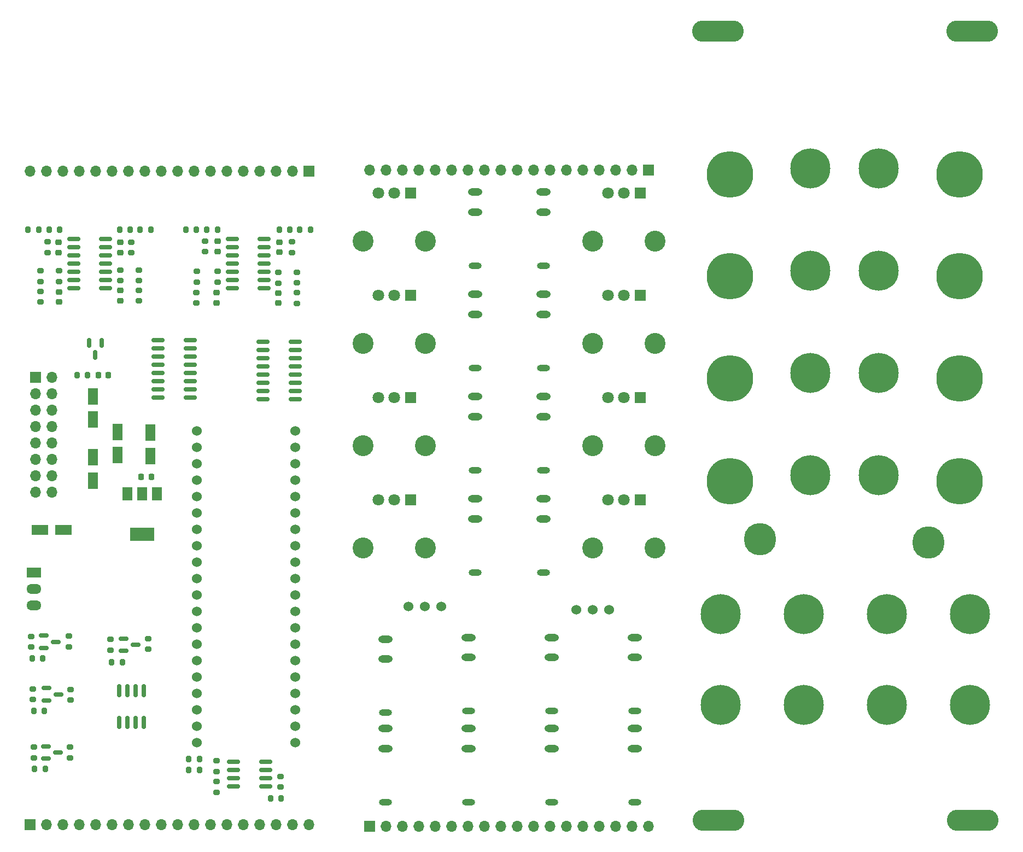
<source format=gts>
%TF.GenerationSoftware,KiCad,Pcbnew,(6.0.0-0)*%
%TF.CreationDate,2022-07-11T02:03:33-04:00*%
%TF.ProjectId,daisy_hardware_v1,64616973-795f-4686-9172-64776172655f,rev?*%
%TF.SameCoordinates,Original*%
%TF.FileFunction,Soldermask,Top*%
%TF.FilePolarity,Negative*%
%FSLAX46Y46*%
G04 Gerber Fmt 4.6, Leading zero omitted, Abs format (unit mm)*
G04 Created by KiCad (PCBNEW (6.0.0-0)) date 2022-07-11 02:03:33*
%MOMM*%
%LPD*%
G01*
G04 APERTURE LIST*
G04 Aperture macros list*
%AMRoundRect*
0 Rectangle with rounded corners*
0 $1 Rounding radius*
0 $2 $3 $4 $5 $6 $7 $8 $9 X,Y pos of 4 corners*
0 Add a 4 corners polygon primitive as box body*
4,1,4,$2,$3,$4,$5,$6,$7,$8,$9,$2,$3,0*
0 Add four circle primitives for the rounded corners*
1,1,$1+$1,$2,$3*
1,1,$1+$1,$4,$5*
1,1,$1+$1,$6,$7*
1,1,$1+$1,$8,$9*
0 Add four rect primitives between the rounded corners*
20,1,$1+$1,$2,$3,$4,$5,0*
20,1,$1+$1,$4,$5,$6,$7,0*
20,1,$1+$1,$6,$7,$8,$9,0*
20,1,$1+$1,$8,$9,$2,$3,0*%
G04 Aperture macros list end*
%ADD10O,2.216000X1.108000*%
%ADD11O,2.016000X1.008000*%
%ADD12C,6.200000*%
%ADD13RoundRect,0.250000X0.550000X-1.050000X0.550000X1.050000X-0.550000X1.050000X-0.550000X-1.050000X0*%
%ADD14O,8.000000X3.300000*%
%ADD15RoundRect,0.200000X0.275000X-0.200000X0.275000X0.200000X-0.275000X0.200000X-0.275000X-0.200000X0*%
%ADD16RoundRect,0.200000X-0.200000X-0.275000X0.200000X-0.275000X0.200000X0.275000X-0.200000X0.275000X0*%
%ADD17C,7.200000*%
%ADD18RoundRect,0.225000X0.250000X-0.225000X0.250000X0.225000X-0.250000X0.225000X-0.250000X-0.225000X0*%
%ADD19R,1.700000X1.700000*%
%ADD20O,1.700000X1.700000*%
%ADD21RoundRect,0.225000X-0.250000X0.225000X-0.250000X-0.225000X0.250000X-0.225000X0.250000X0.225000X0*%
%ADD22C,3.240000*%
%ADD23R,1.800000X1.800000*%
%ADD24C,1.800000*%
%ADD25RoundRect,0.200000X-0.275000X0.200000X-0.275000X-0.200000X0.275000X-0.200000X0.275000X0.200000X0*%
%ADD26RoundRect,0.250000X-0.550000X1.050000X-0.550000X-1.050000X0.550000X-1.050000X0.550000X1.050000X0*%
%ADD27RoundRect,0.200000X0.200000X0.275000X-0.200000X0.275000X-0.200000X-0.275000X0.200000X-0.275000X0*%
%ADD28RoundRect,0.150000X-0.587500X-0.150000X0.587500X-0.150000X0.587500X0.150000X-0.587500X0.150000X0*%
%ADD29RoundRect,0.225000X-0.225000X-0.250000X0.225000X-0.250000X0.225000X0.250000X-0.225000X0.250000X0*%
%ADD30RoundRect,0.150000X-0.150000X0.587500X-0.150000X-0.587500X0.150000X-0.587500X0.150000X0.587500X0*%
%ADD31RoundRect,0.150000X-0.825000X-0.150000X0.825000X-0.150000X0.825000X0.150000X-0.825000X0.150000X0*%
%ADD32R,1.500000X2.000000*%
%ADD33R,3.800000X2.000000*%
%ADD34RoundRect,0.150000X0.825000X0.150000X-0.825000X0.150000X-0.825000X-0.150000X0.825000X-0.150000X0*%
%ADD35RoundRect,0.250000X1.050000X0.550000X-1.050000X0.550000X-1.050000X-0.550000X1.050000X-0.550000X0*%
%ADD36C,1.524000*%
%ADD37C,5.000000*%
%ADD38RoundRect,0.150000X0.150000X-0.825000X0.150000X0.825000X-0.150000X0.825000X-0.150000X-0.825000X0*%
%ADD39R,2.300000X1.500000*%
%ADD40O,2.300000X1.500000*%
G04 APERTURE END LIST*
D10*
%TO.C,J13*%
X107870333Y-294079999D03*
X107870333Y-297179999D03*
D11*
X107870333Y-305479999D03*
%TD*%
D12*
%TO.C,REF\u002A\u002A*%
X159816800Y-322116000D03*
%TD*%
D13*
%TO.C,C15*%
X57620000Y-319091000D03*
X57620000Y-315491000D03*
%TD*%
D12*
%TO.C,REF\u002A\u002A*%
X170383200Y-306291800D03*
%TD*%
D14*
%TO.C,REF\u002A\u002A*%
X145492800Y-253310000D03*
%TD*%
D10*
%TO.C,J15*%
X118443666Y-278244000D03*
X118443666Y-281344000D03*
D11*
X118443666Y-289644000D03*
%TD*%
D15*
%TO.C,R22*%
X39556000Y-365841000D03*
X39556000Y-364191000D03*
%TD*%
D16*
%TO.C,R7*%
X63539200Y-366059000D03*
X65189200Y-366059000D03*
%TD*%
D17*
%TO.C,REF\u002A\u002A*%
X182880000Y-275507000D03*
%TD*%
D18*
%TO.C,C11*%
X52946800Y-287596000D03*
X52946800Y-286046000D03*
%TD*%
D19*
%TO.C,J1*%
X39820000Y-306960000D03*
D20*
X42360000Y-306960000D03*
X39820000Y-309500000D03*
X42360000Y-309500000D03*
X39820000Y-312040000D03*
X42360000Y-312040000D03*
X39820000Y-314580000D03*
X42360000Y-314580000D03*
X39820000Y-317120000D03*
X42360000Y-317120000D03*
X39820000Y-319660000D03*
X42360000Y-319660000D03*
X39820000Y-322200000D03*
X42360000Y-322200000D03*
X39820000Y-324740000D03*
X42360000Y-324740000D03*
%TD*%
D10*
%TO.C,J14*%
X107870333Y-309915998D03*
X107870333Y-313015998D03*
D11*
X107870333Y-321315998D03*
%TD*%
D21*
%TO.C,C10*%
X77377600Y-293896200D03*
X77377600Y-295446200D03*
%TD*%
D22*
%TO.C,RV1*%
X135737000Y-285874000D03*
X126137000Y-285874000D03*
D23*
X133437000Y-278374000D03*
D24*
X130937000Y-278374000D03*
X128437000Y-278374000D03*
%TD*%
D17*
%TO.C,REF\u002A\u002A*%
X182880000Y-323005000D03*
%TD*%
D25*
%TO.C,R23*%
X45144000Y-364191000D03*
X45144000Y-365841000D03*
%TD*%
D26*
%TO.C,C2*%
X48730000Y-319329800D03*
X48730000Y-322929800D03*
%TD*%
D18*
%TO.C,C12*%
X77580800Y-287572200D03*
X77580800Y-286022200D03*
%TD*%
D25*
%TO.C,R20*%
X45018000Y-346984000D03*
X45018000Y-348634000D03*
%TD*%
%TO.C,R3*%
X67878000Y-369525000D03*
X67878000Y-371175000D03*
%TD*%
D15*
%TO.C,R10*%
X51431000Y-349140000D03*
X51431000Y-347490000D03*
%TD*%
D10*
%TO.C,J10*%
X119718666Y-347215000D03*
X119718666Y-350315000D03*
D11*
X119718666Y-358615000D03*
%TD*%
D15*
%TO.C,R47*%
X79562000Y-287609000D03*
X79562000Y-285959000D03*
%TD*%
D27*
%TO.C,R4*%
X77847000Y-372128000D03*
X76197000Y-372128000D03*
%TD*%
D22*
%TO.C,RV3*%
X100177000Y-317546000D03*
X90577000Y-317546000D03*
D23*
X97877000Y-310046000D03*
D24*
X95377000Y-310046000D03*
X92877000Y-310046000D03*
%TD*%
D25*
%TO.C,R36*%
X64779200Y-290544200D03*
X64779200Y-292194200D03*
%TD*%
D18*
%TO.C,C5*%
X43404800Y-287607400D03*
X43404800Y-286057400D03*
%TD*%
D22*
%TO.C,RV5*%
X100177000Y-301710000D03*
X90577000Y-301710000D03*
D23*
X97877000Y-294210000D03*
D24*
X95377000Y-294210000D03*
X92877000Y-294210000D03*
%TD*%
D10*
%TO.C,J3*%
X93980000Y-361312000D03*
X93980000Y-364412000D03*
D11*
X93980000Y-372712000D03*
%TD*%
D15*
%TO.C,R19*%
X39176000Y-348697000D03*
X39176000Y-347047000D03*
%TD*%
D25*
%TO.C,R32*%
X55850800Y-293435000D03*
X55850800Y-295085000D03*
%TD*%
D16*
%TO.C,R25*%
X38668200Y-284104800D03*
X40318200Y-284104800D03*
%TD*%
D12*
%TO.C,EOC*%
X184505600Y-357650600D03*
%TD*%
D25*
%TO.C,R31*%
X52955200Y-290294400D03*
X52955200Y-291944400D03*
%TD*%
D12*
%TO.C,REF\u002A\u002A*%
X159842200Y-274618000D03*
%TD*%
D25*
%TO.C,R37*%
X67979600Y-290544200D03*
X67979600Y-292194200D03*
%TD*%
D18*
%TO.C,C8*%
X67979600Y-287419800D03*
X67979600Y-285869800D03*
%TD*%
D12*
%TO.C,EOC*%
X158800800Y-357650600D03*
%TD*%
D25*
%TO.C,R39*%
X80324000Y-290659000D03*
X80324000Y-292309000D03*
%TD*%
D28*
%TO.C,Q3*%
X41480166Y-355050000D03*
X41480166Y-356950000D03*
X43355166Y-356000000D03*
%TD*%
D25*
%TO.C,R38*%
X64728400Y-293795400D03*
X64728400Y-295445400D03*
%TD*%
%TO.C,R41*%
X80324000Y-293833000D03*
X80324000Y-295483000D03*
%TD*%
D10*
%TO.C,J18*%
X107870333Y-325751998D03*
X107870333Y-328851998D03*
D11*
X107870333Y-337151998D03*
%TD*%
D22*
%TO.C,RV2*%
X135737000Y-301710000D03*
X126137000Y-301710000D03*
D23*
X133437000Y-294210000D03*
D24*
X130937000Y-294210000D03*
X128437000Y-294210000D03*
%TD*%
D14*
%TO.C,REF\u002A\u002A*%
X145592800Y-375481400D03*
%TD*%
D25*
%TO.C,R28*%
X43455600Y-290434600D03*
X43455600Y-292084600D03*
%TD*%
D17*
%TO.C,REF\u002A\u002A*%
X147320000Y-291262000D03*
%TD*%
D16*
%TO.C,R42*%
X52862600Y-284104800D03*
X54512600Y-284104800D03*
%TD*%
%TO.C,R9*%
X51622000Y-351046000D03*
X53272000Y-351046000D03*
%TD*%
D29*
%TO.C,C14*%
X56210000Y-322371000D03*
X57760000Y-322371000D03*
%TD*%
D21*
%TO.C,C7*%
X52960000Y-293485000D03*
X52960000Y-295035000D03*
%TD*%
D27*
%TO.C,R34*%
X68004000Y-284104800D03*
X66354000Y-284104800D03*
%TD*%
D16*
%TO.C,R21*%
X39684000Y-367556000D03*
X41334000Y-367556000D03*
%TD*%
D10*
%TO.C,J12*%
X107870333Y-278244000D03*
X107870333Y-281344000D03*
D11*
X107870333Y-289644000D03*
%TD*%
D13*
%TO.C,C1*%
X48730000Y-313474200D03*
X48730000Y-309874200D03*
%TD*%
D30*
%TO.C,U5*%
X50032000Y-301594500D03*
X48132000Y-301594500D03*
X49082000Y-303469500D03*
%TD*%
D31*
%TO.C,U6*%
X45755800Y-285514000D03*
X45755800Y-286784000D03*
X45755800Y-288054000D03*
X45755800Y-289324000D03*
X45755800Y-290594000D03*
X45755800Y-291864000D03*
X45755800Y-293134000D03*
X50705800Y-293134000D03*
X50705800Y-291864000D03*
X50705800Y-290594000D03*
X50705800Y-289324000D03*
X50705800Y-288054000D03*
X50705800Y-286784000D03*
X50705800Y-285514000D03*
%TD*%
D12*
%TO.C,REF\u002A\u002A*%
X170383200Y-274592600D03*
%TD*%
D25*
%TO.C,R11*%
X57273000Y-347364000D03*
X57273000Y-349014000D03*
%TD*%
D10*
%TO.C,J16*%
X118443666Y-294080000D03*
X118443666Y-297180000D03*
D11*
X118443666Y-305480000D03*
%TD*%
D16*
%TO.C,R6*%
X63539200Y-367710000D03*
X65189200Y-367710000D03*
%TD*%
D17*
%TO.C,REF\u002A\u002A*%
X182880000Y-307130000D03*
%TD*%
D13*
%TO.C,C13*%
X52540000Y-318986000D03*
X52540000Y-315386000D03*
%TD*%
D10*
%TO.C,J17*%
X118443666Y-309916000D03*
X118443666Y-313016000D03*
D11*
X118443666Y-321316000D03*
%TD*%
D28*
%TO.C,Q6*%
X41412500Y-364066000D03*
X41412500Y-365966000D03*
X43287500Y-365016000D03*
%TD*%
D32*
%TO.C,U10*%
X58650000Y-324961000D03*
X56350000Y-324961000D03*
X54050000Y-324961000D03*
D33*
X56350000Y-331261000D03*
%TD*%
D10*
%TO.C,J7*%
X93980000Y-347444500D03*
X93980000Y-350544500D03*
D11*
X93980000Y-358844500D03*
%TD*%
D25*
%TO.C,R40*%
X77428400Y-290710600D03*
X77428400Y-292360600D03*
%TD*%
D12*
%TO.C,REF\u002A\u002A*%
X159816800Y-290442200D03*
%TD*%
D28*
%TO.C,Q2*%
X53463000Y-347368000D03*
X53463000Y-349268000D03*
X55338000Y-348318000D03*
%TD*%
D10*
%TO.C,J4*%
X106849333Y-361312000D03*
X106849333Y-364412000D03*
D11*
X106849333Y-372712000D03*
%TD*%
D12*
%TO.C,SYNC*%
X145923000Y-343579000D03*
%TD*%
%TO.C,RESET*%
X184505600Y-343579000D03*
%TD*%
D22*
%TO.C,RV4*%
X90577000Y-333382000D03*
X100177000Y-333382000D03*
D23*
X97877000Y-325882000D03*
D24*
X95377000Y-325882000D03*
X92877000Y-325882000D03*
%TD*%
D34*
%TO.C,U3*%
X80005000Y-310279000D03*
X80005000Y-309009000D03*
X80005000Y-307739000D03*
X80005000Y-306469000D03*
X80005000Y-305199000D03*
X80005000Y-303929000D03*
X80005000Y-302659000D03*
X80005000Y-301389000D03*
X75055000Y-301389000D03*
X75055000Y-302659000D03*
X75055000Y-303929000D03*
X75055000Y-305199000D03*
X75055000Y-306469000D03*
X75055000Y-307739000D03*
X75055000Y-309009000D03*
X75055000Y-310279000D03*
%TD*%
D21*
%TO.C,C6*%
X43455600Y-293685000D03*
X43455600Y-295235000D03*
%TD*%
D15*
%TO.C,R44*%
X54670000Y-287646000D03*
X54670000Y-285996000D03*
%TD*%
D31*
%TO.C,U4*%
X58799000Y-301135000D03*
X58799000Y-302405000D03*
X58799000Y-303675000D03*
X58799000Y-304945000D03*
X58799000Y-306215000D03*
X58799000Y-307485000D03*
X58799000Y-308755000D03*
X58799000Y-310025000D03*
X63749000Y-310025000D03*
X63749000Y-308755000D03*
X63749000Y-307485000D03*
X63749000Y-306215000D03*
X63749000Y-304945000D03*
X63749000Y-303675000D03*
X63749000Y-302405000D03*
X63749000Y-301135000D03*
%TD*%
D29*
%TO.C,C4*%
X49564000Y-306596000D03*
X51114000Y-306596000D03*
%TD*%
D12*
%TO.C,REF\u002A\u002A*%
X170383200Y-322116000D03*
%TD*%
%TO.C,RESET*%
X158775400Y-343579000D03*
%TD*%
D15*
%TO.C,R26*%
X41716000Y-287607400D03*
X41716000Y-285957400D03*
%TD*%
D35*
%TO.C,C3*%
X44107200Y-330549800D03*
X40507200Y-330549800D03*
%TD*%
D15*
%TO.C,R13*%
X39430000Y-356825000D03*
X39430000Y-355175000D03*
%TD*%
D28*
%TO.C,Q5*%
X41111000Y-346922000D03*
X41111000Y-348822000D03*
X42986000Y-347872000D03*
%TD*%
D27*
%TO.C,R43*%
X57687600Y-284104800D03*
X56037600Y-284104800D03*
%TD*%
D22*
%TO.C,RV7*%
X126137000Y-333382000D03*
X135737000Y-333382000D03*
D23*
X133437000Y-325882000D03*
D24*
X130937000Y-325882000D03*
X128437000Y-325882000D03*
%TD*%
D12*
%TO.C,REF\u002A\u002A*%
X159813333Y-306266400D03*
%TD*%
D16*
%TO.C,R46*%
X77580800Y-284104800D03*
X79230800Y-284104800D03*
%TD*%
D10*
%TO.C,J2*%
X119718666Y-361312000D03*
X119718666Y-364412000D03*
D11*
X119718666Y-372712000D03*
%TD*%
D25*
%TO.C,R14*%
X45272000Y-355238000D03*
X45272000Y-356888000D03*
%TD*%
%TO.C,R2*%
X77784000Y-368700000D03*
X77784000Y-370350000D03*
%TD*%
D36*
%TO.C,SW1*%
X97536000Y-342392000D03*
X100076000Y-342392000D03*
X102616000Y-342392000D03*
%TD*%
D10*
%TO.C,J19*%
X118443666Y-325752000D03*
X118443666Y-328852000D03*
D11*
X118443666Y-337152000D03*
%TD*%
D34*
%TO.C,U2*%
X75433000Y-370223000D03*
X75433000Y-368953000D03*
X75433000Y-367683000D03*
X75433000Y-366413000D03*
X70483000Y-366413000D03*
X70483000Y-367683000D03*
X70483000Y-368953000D03*
X70483000Y-370223000D03*
%TD*%
D12*
%TO.C,CV OUT*%
X145923000Y-357650600D03*
%TD*%
D10*
%TO.C,J11*%
X132588000Y-347215000D03*
X132588000Y-350315000D03*
D11*
X132588000Y-358615000D03*
%TD*%
D17*
%TO.C,REF\u002A\u002A*%
X182880000Y-291255000D03*
%TD*%
D22*
%TO.C,RV8*%
X100177000Y-285874000D03*
X90577000Y-285874000D03*
D23*
X97877000Y-278374000D03*
D24*
X95377000Y-278374000D03*
X92877000Y-278374000D03*
%TD*%
D14*
%TO.C,REF\u002A\u002A*%
X184869000Y-253310000D03*
%TD*%
D37*
%TO.C,LFO / ADSR / ???*%
X178054000Y-332530000D03*
%TD*%
D25*
%TO.C,R29*%
X40560000Y-293635000D03*
X40560000Y-295285000D03*
%TD*%
D21*
%TO.C,C9*%
X67878000Y-293845400D03*
X67878000Y-295395400D03*
%TD*%
D25*
%TO.C,R30*%
X55850800Y-290294400D03*
X55850800Y-291944400D03*
%TD*%
D38*
%TO.C,U8*%
X52765000Y-360379000D03*
X54035000Y-360379000D03*
X55305000Y-360379000D03*
X56575000Y-360379000D03*
X56575000Y-355429000D03*
X55305000Y-355429000D03*
X54035000Y-355429000D03*
X52765000Y-355429000D03*
%TD*%
D16*
%TO.C,R18*%
X39304000Y-350412000D03*
X40954000Y-350412000D03*
%TD*%
D17*
%TO.C,REF\u002A\u002A*%
X147320000Y-323012000D03*
%TD*%
D10*
%TO.C,J8*%
X106849333Y-347215000D03*
X106849333Y-350315000D03*
D11*
X106849333Y-358615000D03*
%TD*%
D22*
%TO.C,RV6*%
X126137000Y-317546000D03*
X135737000Y-317546000D03*
D23*
X133437000Y-310046000D03*
D24*
X130937000Y-310046000D03*
X128437000Y-310046000D03*
%TD*%
D16*
%TO.C,R5*%
X46225000Y-306596000D03*
X47875000Y-306596000D03*
%TD*%
D12*
%TO.C,SYNC*%
X171653200Y-343579000D03*
%TD*%
D15*
%TO.C,R35*%
X66049200Y-287469800D03*
X66049200Y-285819800D03*
%TD*%
D25*
%TO.C,R27*%
X40560000Y-290434600D03*
X40560000Y-292084600D03*
%TD*%
D31*
%TO.C,U7*%
X70292000Y-285514000D03*
X70292000Y-286784000D03*
X70292000Y-288054000D03*
X70292000Y-289324000D03*
X70292000Y-290594000D03*
X70292000Y-291864000D03*
X70292000Y-293134000D03*
X75242000Y-293134000D03*
X75242000Y-291864000D03*
X75242000Y-290594000D03*
X75242000Y-289324000D03*
X75242000Y-288054000D03*
X75242000Y-286784000D03*
X75242000Y-285514000D03*
%TD*%
D25*
%TO.C,R1*%
X67878000Y-366286000D03*
X67878000Y-367936000D03*
%TD*%
D27*
%TO.C,R45*%
X82380400Y-284104800D03*
X80730400Y-284104800D03*
%TD*%
D12*
%TO.C,REF\u002A\u002A*%
X170383200Y-290442200D03*
%TD*%
D10*
%TO.C,J5*%
X132588000Y-361312000D03*
X132588000Y-364412000D03*
D11*
X132588000Y-372712000D03*
%TD*%
D12*
%TO.C,CV OUT*%
X171653200Y-357650600D03*
%TD*%
D37*
%TO.C,LFO / ADSR / ???*%
X152019000Y-332022000D03*
%TD*%
D17*
%TO.C,REF\u002A\u002A*%
X147320000Y-275514000D03*
%TD*%
D14*
%TO.C,REF\u002A\u002A*%
X184969000Y-375481400D03*
%TD*%
D39*
%TO.C,U9*%
X39586000Y-337128400D03*
D40*
X39586000Y-339668400D03*
X39586000Y-342208400D03*
%TD*%
D36*
%TO.C,U1*%
X64830000Y-315232000D03*
X64830000Y-317772000D03*
X64830000Y-320312000D03*
X64830000Y-322852000D03*
X64830000Y-325392000D03*
X64830000Y-327932000D03*
X64830000Y-330472000D03*
X64830000Y-333012000D03*
X64830000Y-335552000D03*
X64830000Y-338092000D03*
X64830000Y-340632000D03*
X64830000Y-343172000D03*
X64830000Y-345712000D03*
X64830000Y-348252000D03*
X64830000Y-350792000D03*
X64830000Y-353332000D03*
X64830000Y-355872000D03*
X64830000Y-358412000D03*
X64830000Y-360952000D03*
X64830000Y-363492000D03*
X80070000Y-363492000D03*
X80070000Y-360952000D03*
X80070000Y-358412000D03*
X80070000Y-355872000D03*
X80070000Y-353332000D03*
X80070000Y-350792000D03*
X80070000Y-348252000D03*
X80070000Y-345712000D03*
X80070000Y-343172000D03*
X80070000Y-340632000D03*
X80070000Y-338092000D03*
X80070000Y-335552000D03*
X80070000Y-333012000D03*
X80070000Y-330472000D03*
X80070000Y-327932000D03*
X80070000Y-325392000D03*
X80070000Y-322852000D03*
X80070000Y-320312000D03*
X80070000Y-317772000D03*
X80070000Y-315232000D03*
%TD*%
D17*
%TO.C,REF\u002A\u002A*%
X147320000Y-307137000D03*
%TD*%
D27*
%TO.C,R24*%
X43571800Y-284104800D03*
X41921800Y-284104800D03*
%TD*%
D16*
%TO.C,R12*%
X39558000Y-358540000D03*
X41208000Y-358540000D03*
%TD*%
%TO.C,R33*%
X63090600Y-284104800D03*
X64740600Y-284104800D03*
%TD*%
D36*
%TO.C,SW2*%
X123571000Y-342900000D03*
X126111000Y-342900000D03*
X128651000Y-342900000D03*
%TD*%
D19*
%TO.C,J21*%
X38976400Y-376193600D03*
D20*
X41516400Y-376193600D03*
X44056400Y-376193600D03*
X46596400Y-376193600D03*
X49136400Y-376193600D03*
X51676400Y-376193600D03*
X54216400Y-376193600D03*
X56756400Y-376193600D03*
X59296400Y-376193600D03*
X61836400Y-376193600D03*
X64376400Y-376193600D03*
X66916400Y-376193600D03*
X69456400Y-376193600D03*
X71996400Y-376193600D03*
X74536400Y-376193600D03*
X77076400Y-376193600D03*
X79616400Y-376193600D03*
X82156400Y-376193600D03*
%TD*%
D19*
%TO.C,J20*%
X82126400Y-274975000D03*
D20*
X79586400Y-274975000D03*
X77046400Y-274975000D03*
X74506400Y-274975000D03*
X71966400Y-274975000D03*
X69426400Y-274975000D03*
X66886400Y-274975000D03*
X64346400Y-274975000D03*
X61806400Y-274975000D03*
X59266400Y-274975000D03*
X56726400Y-274975000D03*
X54186400Y-274975000D03*
X51646400Y-274975000D03*
X49106400Y-274975000D03*
X46566400Y-274975000D03*
X44026400Y-274975000D03*
X41486400Y-274975000D03*
X38946400Y-274975000D03*
%TD*%
D19*
%TO.C,J9*%
X91592400Y-376428000D03*
D20*
X94132400Y-376428000D03*
X96672400Y-376428000D03*
X99212400Y-376428000D03*
X101752400Y-376428000D03*
X104292400Y-376428000D03*
X106832400Y-376428000D03*
X109372400Y-376428000D03*
X111912400Y-376428000D03*
X114452400Y-376428000D03*
X116992400Y-376428000D03*
X119532400Y-376428000D03*
X122072400Y-376428000D03*
X124612400Y-376428000D03*
X127152400Y-376428000D03*
X129692400Y-376428000D03*
X132232400Y-376428000D03*
X134772400Y-376428000D03*
%TD*%
D19*
%TO.C,J6*%
X134742400Y-274828000D03*
D20*
X132202400Y-274828000D03*
X129662400Y-274828000D03*
X127122400Y-274828000D03*
X124582400Y-274828000D03*
X122042400Y-274828000D03*
X119502400Y-274828000D03*
X116962400Y-274828000D03*
X114422400Y-274828000D03*
X111882400Y-274828000D03*
X109342400Y-274828000D03*
X106802400Y-274828000D03*
X104262400Y-274828000D03*
X101722400Y-274828000D03*
X99182400Y-274828000D03*
X96642400Y-274828000D03*
X94102400Y-274828000D03*
X91562400Y-274828000D03*
%TD*%
M02*

</source>
